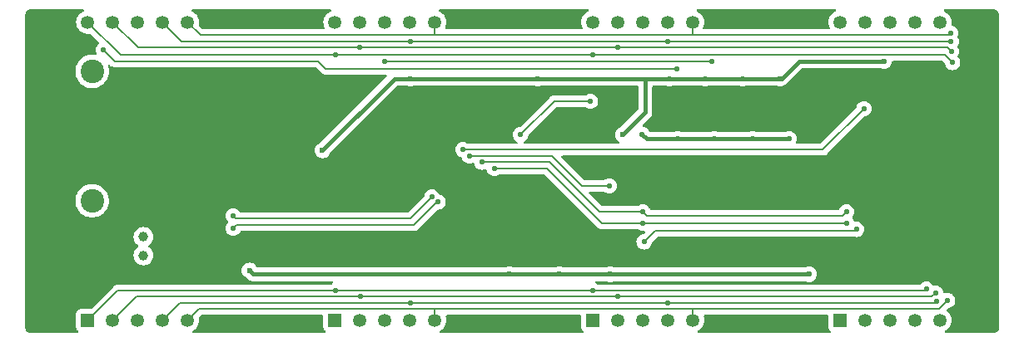
<source format=gtl>
G04 #@! TF.GenerationSoftware,KiCad,Pcbnew,8.0.4*
G04 #@! TF.CreationDate,2024-08-10T20:36:19+03:00*
G04 #@! TF.ProjectId,7clock,37636c6f-636b-42e6-9b69-6361645f7063,rev?*
G04 #@! TF.SameCoordinates,Original*
G04 #@! TF.FileFunction,Copper,L1,Top*
G04 #@! TF.FilePolarity,Positive*
%FSLAX46Y46*%
G04 Gerber Fmt 4.6, Leading zero omitted, Abs format (unit mm)*
G04 Created by KiCad (PCBNEW 8.0.4) date 2024-08-10 20:36:19*
%MOMM*%
%LPD*%
G01*
G04 APERTURE LIST*
G04 #@! TA.AperFunction,ComponentPad*
%ADD10R,1.350000X1.350000*%
G04 #@! TD*
G04 #@! TA.AperFunction,ComponentPad*
%ADD11C,1.350000*%
G04 #@! TD*
G04 #@! TA.AperFunction,ComponentPad*
%ADD12C,2.400000*%
G04 #@! TD*
G04 #@! TA.AperFunction,ComponentPad*
%ADD13C,1.000000*%
G04 #@! TD*
G04 #@! TA.AperFunction,ViaPad*
%ADD14C,0.560000*%
G04 #@! TD*
G04 #@! TA.AperFunction,ViaPad*
%ADD15C,0.600000*%
G04 #@! TD*
G04 #@! TA.AperFunction,Conductor*
%ADD16C,0.400000*%
G04 #@! TD*
G04 #@! TA.AperFunction,Conductor*
%ADD17C,0.200000*%
G04 #@! TD*
G04 APERTURE END LIST*
D10*
G04 #@! TO.P,DS4,1,E*
G04 #@! TO.N,/symb_E*
X113340000Y-93218000D03*
D11*
G04 #@! TO.P,DS4,2,D*
G04 #@! TO.N,/symb_D*
X115880000Y-93218000D03*
G04 #@! TO.P,DS4,3,COMMON_ANODE_1*
G04 #@! TO.N,Net-(DS4-COMMON_ANODE_1)*
X118420000Y-93218000D03*
G04 #@! TO.P,DS4,4,C*
G04 #@! TO.N,/symb_C*
X120960000Y-93218000D03*
G04 #@! TO.P,DS4,5,DP*
G04 #@! TO.N,/symb_DP*
X123500000Y-93218000D03*
G04 #@! TO.P,DS4,6,B*
G04 #@! TO.N,/symb_B*
X123500000Y-62818000D03*
G04 #@! TO.P,DS4,7,A*
G04 #@! TO.N,/symb_A*
X120960000Y-62818000D03*
G04 #@! TO.P,DS4,8,COMMON_ANODE_2*
G04 #@! TO.N,Net-(DS4-COMMON_ANODE_1)*
X118420000Y-62818000D03*
G04 #@! TO.P,DS4,9,F*
G04 #@! TO.N,/symb_F*
X115880000Y-62818000D03*
G04 #@! TO.P,DS4,10,G*
G04 #@! TO.N,/symb_G*
X113340000Y-62818000D03*
G04 #@! TD*
D10*
G04 #@! TO.P,DS3,1,E*
G04 #@! TO.N,/symb_E*
X138486000Y-93218000D03*
D11*
G04 #@! TO.P,DS3,2,D*
G04 #@! TO.N,/symb_D*
X141026000Y-93218000D03*
G04 #@! TO.P,DS3,3,COMMON_ANODE_1*
G04 #@! TO.N,Net-(DS3-COMMON_ANODE_1)*
X143566000Y-93218000D03*
G04 #@! TO.P,DS3,4,C*
G04 #@! TO.N,/symb_C*
X146106000Y-93218000D03*
G04 #@! TO.P,DS3,5,DP*
G04 #@! TO.N,/symb_DP*
X148646000Y-93218000D03*
G04 #@! TO.P,DS3,6,B*
G04 #@! TO.N,/symb_B*
X148646000Y-62818000D03*
G04 #@! TO.P,DS3,7,A*
G04 #@! TO.N,/symb_A*
X146106000Y-62818000D03*
G04 #@! TO.P,DS3,8,COMMON_ANODE_2*
G04 #@! TO.N,Net-(DS3-COMMON_ANODE_1)*
X143566000Y-62818000D03*
G04 #@! TO.P,DS3,9,F*
G04 #@! TO.N,/symb_F*
X141026000Y-62818000D03*
G04 #@! TO.P,DS3,10,G*
G04 #@! TO.N,/symb_G*
X138486000Y-62818000D03*
G04 #@! TD*
D10*
G04 #@! TO.P,DS1,1,E*
G04 #@! TO.N,/symb_E*
X189840000Y-93218000D03*
D11*
G04 #@! TO.P,DS1,2,D*
G04 #@! TO.N,/symb_D*
X192380000Y-93218000D03*
G04 #@! TO.P,DS1,3,COMMON_ANODE_1*
G04 #@! TO.N,Net-(DS1-COMMON_ANODE_1)*
X194920000Y-93218000D03*
G04 #@! TO.P,DS1,4,C*
G04 #@! TO.N,/symb_C*
X197460000Y-93218000D03*
G04 #@! TO.P,DS1,5,DP*
G04 #@! TO.N,/symb_DP*
X200000000Y-93218000D03*
G04 #@! TO.P,DS1,6,B*
G04 #@! TO.N,/symb_B*
X200000000Y-62818000D03*
G04 #@! TO.P,DS1,7,A*
G04 #@! TO.N,/symb_A*
X197460000Y-62818000D03*
G04 #@! TO.P,DS1,8,COMMON_ANODE_2*
G04 #@! TO.N,Net-(DS1-COMMON_ANODE_1)*
X194920000Y-62818000D03*
G04 #@! TO.P,DS1,9,F*
G04 #@! TO.N,/symb_F*
X192380000Y-62818000D03*
G04 #@! TO.P,DS1,10,G*
G04 #@! TO.N,/symb_G*
X189840000Y-62818000D03*
G04 #@! TD*
D10*
G04 #@! TO.P,DS2,1,E*
G04 #@! TO.N,/symb_E*
X164694000Y-93218000D03*
D11*
G04 #@! TO.P,DS2,2,D*
G04 #@! TO.N,/symb_D*
X167234000Y-93218000D03*
G04 #@! TO.P,DS2,3,COMMON_ANODE_1*
G04 #@! TO.N,Net-(DS2-COMMON_ANODE_1)*
X169774000Y-93218000D03*
G04 #@! TO.P,DS2,4,C*
G04 #@! TO.N,/symb_C*
X172314000Y-93218000D03*
G04 #@! TO.P,DS2,5,DP*
G04 #@! TO.N,/symb_DP*
X174854000Y-93218000D03*
G04 #@! TO.P,DS2,6,B*
G04 #@! TO.N,/symb_B*
X174854000Y-62818000D03*
G04 #@! TO.P,DS2,7,A*
G04 #@! TO.N,/symb_A*
X172314000Y-62818000D03*
G04 #@! TO.P,DS2,8,COMMON_ANODE_2*
G04 #@! TO.N,Net-(DS2-COMMON_ANODE_1)*
X169774000Y-62818000D03*
G04 #@! TO.P,DS2,9,F*
G04 #@! TO.N,/symb_F*
X167234000Y-62818000D03*
G04 #@! TO.P,DS2,10,G*
G04 #@! TO.N,/symb_G*
X164694000Y-62818000D03*
G04 #@! TD*
D12*
G04 #@! TO.P,BT1,1,+*
G04 #@! TO.N,Net-(BT1-+)*
X113792000Y-67822000D03*
X113792000Y-81022000D03*
G04 #@! TD*
D13*
G04 #@! TO.P,Y1,1,1*
G04 #@! TO.N,Net-(U2-OSCI)*
X118999000Y-86609000D03*
G04 #@! TO.P,Y1,2,2*
G04 #@! TO.N,Net-(U2-OSCO)*
X118999000Y-84709000D03*
G04 #@! TD*
D14*
G04 #@! TO.N,GND*
X142494000Y-84836000D03*
X110109000Y-62611000D03*
X203073000Y-93345000D03*
X168529000Y-69977000D03*
X204216000Y-62357000D03*
X159766000Y-79756000D03*
X171196000Y-80137000D03*
X196469000Y-88646000D03*
X123698000Y-88011000D03*
X133604000Y-62865000D03*
X132080000Y-80010000D03*
X175133000Y-85979000D03*
X128651000Y-81280000D03*
X136144000Y-93218000D03*
X159639000Y-74295000D03*
X205232000Y-91186000D03*
X127127000Y-93218000D03*
X158750000Y-93218000D03*
X163322000Y-77089000D03*
X107950000Y-63627000D03*
X153035000Y-63119000D03*
X123444000Y-79375000D03*
X150749000Y-62484000D03*
X132842000Y-70866000D03*
X116586000Y-74422000D03*
X205232000Y-93345000D03*
X154178000Y-62484000D03*
X162179000Y-74803000D03*
X153416000Y-93218000D03*
X191262000Y-75184000D03*
X134493000Y-93218000D03*
X192278000Y-73660000D03*
X127127000Y-68199000D03*
X187579000Y-81026000D03*
X150114000Y-69723000D03*
X186944000Y-74168000D03*
X145923000Y-85344000D03*
X178943000Y-77343000D03*
X128778000Y-93218000D03*
X110744000Y-86233000D03*
X122301000Y-68199000D03*
X124714000Y-68199000D03*
X142240000Y-75565000D03*
X139319000Y-79436000D03*
X145161000Y-71882000D03*
X132969000Y-93218000D03*
X129413000Y-76327000D03*
X205232000Y-62357000D03*
X192024000Y-78994000D03*
X183769000Y-81153000D03*
X108966000Y-93345000D03*
X108966000Y-62611000D03*
X110744000Y-84836000D03*
X191770000Y-88646000D03*
X176403000Y-81153000D03*
X122555000Y-75946000D03*
X189230000Y-68834000D03*
X162941000Y-82804000D03*
X186182000Y-63119000D03*
X205232000Y-64516000D03*
X127889000Y-76073000D03*
X109220000Y-84836000D03*
X205232000Y-63373000D03*
X178689000Y-93218000D03*
X142494000Y-86995000D03*
X162687000Y-93218000D03*
X194183000Y-88646000D03*
X140589000Y-68961000D03*
X183769000Y-77470000D03*
X135763000Y-62865000D03*
X132207000Y-81341000D03*
X184277000Y-93218000D03*
X162687000Y-62611000D03*
X161417000Y-81280000D03*
X123825000Y-83185000D03*
X123825000Y-85852000D03*
X180467000Y-81153000D03*
X189103000Y-88646000D03*
X158242000Y-81534000D03*
X113792000Y-77089000D03*
X169799000Y-80772000D03*
X197739000Y-72136000D03*
X159385000Y-70231000D03*
X171323000Y-85725000D03*
X204216000Y-93345000D03*
X123825000Y-84455000D03*
X205232000Y-92329000D03*
X187706000Y-63119000D03*
X153543000Y-72136000D03*
X123444000Y-75946000D03*
X159639000Y-81407000D03*
X203073000Y-62357000D03*
X177165000Y-93218000D03*
X129159000Y-62865000D03*
X125095000Y-79375000D03*
X160401000Y-62611000D03*
X152908000Y-81534000D03*
X107950000Y-93345000D03*
X109220000Y-86233000D03*
X186944000Y-68834000D03*
X107950000Y-62611000D03*
X190373000Y-80899000D03*
X131064000Y-76581000D03*
X107950000Y-92329000D03*
X129413000Y-68199000D03*
X154932091Y-80891091D03*
X160782000Y-93218000D03*
X110109000Y-93345000D03*
X107950000Y-64770000D03*
X119126000Y-68199000D03*
X107950000Y-91186000D03*
X145161000Y-74295000D03*
X140462000Y-78232000D03*
X163068000Y-69723000D03*
X166624000Y-80772000D03*
X150622000Y-93218000D03*
X126238000Y-71120000D03*
X180594000Y-93218000D03*
X142240000Y-73533000D03*
X186944000Y-71501000D03*
X150241000Y-81915000D03*
X113792000Y-71628000D03*
X151892000Y-93218000D03*
X126111000Y-62865000D03*
X192786000Y-85979000D03*
X122936000Y-82550000D03*
X125476000Y-93218000D03*
X155067000Y-70739000D03*
X124460000Y-75946000D03*
D15*
G04 #@! TO.N,+3.3V*
X183769000Y-68580000D03*
D14*
X176149000Y-68580000D03*
D15*
X166497000Y-88519000D03*
X137223500Y-75882500D03*
X129794000Y-88138000D03*
X167767000Y-74295000D03*
X186690000Y-88519000D03*
X194310000Y-66802000D03*
D14*
X172466000Y-68580000D03*
D15*
X161290000Y-88519000D03*
X146177000Y-68580000D03*
X156210000Y-88519000D03*
D14*
X179959000Y-68580000D03*
D15*
X159131000Y-68580000D03*
D14*
G04 #@! TO.N,/symb_C*
X172339000Y-91440000D03*
X199707500Y-91249500D03*
X146177000Y-91440000D03*
G04 #@! TO.N,/symb_A*
X172339000Y-64770000D03*
X146177000Y-64770000D03*
X201149878Y-64788122D03*
G04 #@! TO.N,/symb_B*
X201115500Y-63933500D03*
G04 #@! TO.N,/symb_D*
X199548750Y-90455750D03*
X141097000Y-90805000D03*
X167259000Y-90805000D03*
G04 #@! TO.N,/symb_E*
X198623000Y-90048000D03*
X138557000Y-90170000D03*
X164719000Y-90170000D03*
G04 #@! TO.N,/symb_G*
X201295000Y-66929000D03*
X164719000Y-66167000D03*
X138557000Y-66167000D03*
G04 #@! TO.N,/symb_DP*
X200787000Y-91186000D03*
G04 #@! TO.N,/symb_F*
X167259000Y-65405000D03*
X140970000Y-65405000D03*
X201168000Y-65786000D03*
G04 #@! TO.N,Net-(DS3-COMMON_ANODE_1)*
X143566000Y-66802000D03*
X176784000Y-66802000D03*
G04 #@! TO.N,Net-(DS4-COMMON_ANODE_1)*
X173228000Y-67564000D03*
X114935000Y-65659000D03*
G04 #@! TO.N,/INDICATOR_PWR*
X169735500Y-74231500D03*
X173355000Y-74676000D03*
X184658000Y-74676000D03*
X180975000Y-74676000D03*
X177038000Y-74676000D03*
G04 #@! TO.N,BRIGHTNESS*
X164465000Y-70866000D03*
X157353000Y-74295000D03*
G04 #@! TO.N,BUTTON*
X192278000Y-71628000D03*
X151511000Y-75819000D03*
G04 #@! TO.N,/SIG_SHCP*
X169799000Y-83312000D03*
X154686000Y-77724000D03*
X190500000Y-83312000D03*
G04 #@! TO.N,/SIG_SDA*
X128143000Y-82550000D03*
X148336000Y-80645000D03*
G04 #@! TO.N,/SIG_DS*
X152146000Y-76454000D03*
X166370000Y-79502000D03*
G04 #@! TO.N,/SIG_STCP*
X169799000Y-82169000D03*
X153416000Y-77089000D03*
X190500000Y-82169000D03*
G04 #@! TO.N,/SIG_SCL*
X128143000Y-83820000D03*
X148971000Y-81153000D03*
G04 #@! TO.N,/SIG_DATA_OUT*
X169926000Y-85217000D03*
X191516000Y-83947000D03*
G04 #@! TD*
D16*
G04 #@! TO.N,+3.3V*
X172466000Y-68580000D02*
X176149000Y-68580000D01*
X159131000Y-68580000D02*
X170053000Y-68580000D01*
X186690000Y-88519000D02*
X166497000Y-88519000D01*
X156210000Y-88519000D02*
X130175000Y-88519000D01*
X183769000Y-68580000D02*
X183896000Y-68580000D01*
X171196000Y-68580000D02*
X172466000Y-68580000D01*
X161290000Y-88519000D02*
X156210000Y-88519000D01*
X176149000Y-68580000D02*
X179959000Y-68580000D01*
X185674000Y-66802000D02*
X194310000Y-66802000D01*
X146177000Y-68580000D02*
X159131000Y-68580000D01*
X170053000Y-68580000D02*
X176149000Y-68580000D01*
X144526000Y-68580000D02*
X137223500Y-75882500D01*
X167767000Y-74295000D02*
X170053000Y-72009000D01*
X183896000Y-68580000D02*
X185674000Y-66802000D01*
X146177000Y-68580000D02*
X144526000Y-68580000D01*
X166497000Y-88519000D02*
X161290000Y-88519000D01*
X170053000Y-72009000D02*
X170053000Y-68580000D01*
X179959000Y-68580000D02*
X183769000Y-68580000D01*
X130175000Y-88519000D02*
X129794000Y-88138000D01*
D17*
G04 #@! TO.N,/symb_C*
X146177000Y-91440000D02*
X172339000Y-91440000D01*
X199707500Y-91249500D02*
X199517000Y-91440000D01*
X122738000Y-91440000D02*
X120960000Y-93218000D01*
X146177000Y-91440000D02*
X122738000Y-91440000D01*
X199517000Y-91440000D02*
X172339000Y-91440000D01*
G04 #@! TO.N,/symb_A*
X120960000Y-62818000D02*
X122912000Y-64770000D01*
X122912000Y-64770000D02*
X146177000Y-64770000D01*
X201131756Y-64770000D02*
X172339000Y-64770000D01*
X146177000Y-64770000D02*
X172339000Y-64770000D01*
X201149878Y-64788122D02*
X201131756Y-64770000D01*
G04 #@! TO.N,/symb_B*
X124817000Y-64135000D02*
X148717000Y-64135000D01*
X148646000Y-64064000D02*
X148717000Y-64135000D01*
X174854000Y-62818000D02*
X174854000Y-64110000D01*
X174854000Y-64110000D02*
X174879000Y-64135000D01*
X200914000Y-64135000D02*
X201115500Y-63933500D01*
X148717000Y-64135000D02*
X174879000Y-64135000D01*
X174879000Y-64135000D02*
X200914000Y-64135000D01*
X123500000Y-62818000D02*
X124817000Y-64135000D01*
X148646000Y-62818000D02*
X148646000Y-64064000D01*
G04 #@! TO.N,/symb_D*
X118293000Y-90805000D02*
X141097000Y-90805000D01*
X199199500Y-90805000D02*
X167259000Y-90805000D01*
X115880000Y-93218000D02*
X118293000Y-90805000D01*
X199548750Y-90455750D02*
X199199500Y-90805000D01*
X141097000Y-90805000D02*
X167259000Y-90805000D01*
G04 #@! TO.N,/symb_E*
X116388000Y-90170000D02*
X138557000Y-90170000D01*
X198623000Y-90048000D02*
X198501000Y-90170000D01*
X138557000Y-90170000D02*
X164719000Y-90170000D01*
X198501000Y-90170000D02*
X164719000Y-90170000D01*
X113340000Y-93218000D02*
X116388000Y-90170000D01*
G04 #@! TO.N,/symb_G*
X138557000Y-66167000D02*
X164719000Y-66167000D01*
X116689000Y-66167000D02*
X138557000Y-66167000D01*
X201295000Y-66929000D02*
X200533000Y-66167000D01*
X113340000Y-62818000D02*
X116689000Y-66167000D01*
X200533000Y-66167000D02*
X164719000Y-66167000D01*
G04 #@! TO.N,/symb_DP*
X199898000Y-92075000D02*
X174879000Y-92075000D01*
X148717000Y-92075000D02*
X124643000Y-92075000D01*
X200787000Y-91186000D02*
X199898000Y-92075000D01*
X174854000Y-92100000D02*
X174879000Y-92075000D01*
X124643000Y-92075000D02*
X123500000Y-93218000D01*
X148646000Y-93218000D02*
X148646000Y-92146000D01*
X148646000Y-92146000D02*
X148717000Y-92075000D01*
X174879000Y-92075000D02*
X148717000Y-92075000D01*
X174854000Y-93218000D02*
X174854000Y-92100000D01*
G04 #@! TO.N,/symb_F*
X201168000Y-65786000D02*
X200787000Y-65405000D01*
X115880000Y-62818000D02*
X118467000Y-65405000D01*
X118467000Y-65405000D02*
X140970000Y-65405000D01*
X200787000Y-65405000D02*
X167259000Y-65405000D01*
X140970000Y-65405000D02*
X167259000Y-65405000D01*
G04 #@! TO.N,Net-(DS3-COMMON_ANODE_1)*
X176784000Y-66802000D02*
X143566000Y-66802000D01*
G04 #@! TO.N,Net-(DS4-COMMON_ANODE_1)*
X136779000Y-66802000D02*
X116078000Y-66802000D01*
X137541000Y-67564000D02*
X136779000Y-66802000D01*
X116078000Y-66802000D02*
X114935000Y-65659000D01*
X173228000Y-67564000D02*
X137541000Y-67564000D01*
D16*
G04 #@! TO.N,/INDICATOR_PWR*
X173355000Y-74676000D02*
X177038000Y-74676000D01*
X177038000Y-74676000D02*
X180975000Y-74676000D01*
X170180000Y-74676000D02*
X173355000Y-74676000D01*
X169735500Y-74231500D02*
X170180000Y-74676000D01*
X180975000Y-74676000D02*
X184658000Y-74676000D01*
D17*
G04 #@! TO.N,BRIGHTNESS*
X160782000Y-70866000D02*
X164465000Y-70866000D01*
X157353000Y-74295000D02*
X160782000Y-70866000D01*
G04 #@! TO.N,BUTTON*
X188087000Y-75819000D02*
X192278000Y-71628000D01*
X151511000Y-75819000D02*
X188087000Y-75819000D01*
G04 #@! TO.N,/SIG_SHCP*
X169799000Y-83312000D02*
X190500000Y-83312000D01*
X160020000Y-77724000D02*
X165608000Y-83312000D01*
X154686000Y-77724000D02*
X160020000Y-77724000D01*
X165608000Y-83312000D02*
X169799000Y-83312000D01*
G04 #@! TO.N,/SIG_SDA*
X128143000Y-82550000D02*
X128397000Y-82804000D01*
X146177000Y-82804000D02*
X148336000Y-80645000D01*
X128397000Y-82804000D02*
X146177000Y-82804000D01*
G04 #@! TO.N,/SIG_DS*
X152146000Y-76454000D02*
X160528000Y-76454000D01*
X160528000Y-76454000D02*
X163576000Y-79502000D01*
X163576000Y-79502000D02*
X166370000Y-79502000D01*
G04 #@! TO.N,/SIG_STCP*
X170180000Y-82550000D02*
X190119000Y-82550000D01*
X165354000Y-82169000D02*
X169799000Y-82169000D01*
X169799000Y-82169000D02*
X170180000Y-82550000D01*
X153416000Y-77089000D02*
X160274000Y-77089000D01*
X160274000Y-77089000D02*
X165354000Y-82169000D01*
X190119000Y-82550000D02*
X190500000Y-82169000D01*
G04 #@! TO.N,/SIG_SCL*
X128458997Y-83504003D02*
X146492997Y-83504003D01*
X128143000Y-83820000D02*
X128458997Y-83504003D01*
X146492997Y-83504003D02*
X148844000Y-81153000D01*
X148844000Y-81153000D02*
X148971000Y-81153000D01*
G04 #@! TO.N,/SIG_DATA_OUT*
X191389000Y-84074000D02*
X191516000Y-83947000D01*
X169926000Y-85217000D02*
X171069000Y-84074000D01*
X171069000Y-84074000D02*
X191389000Y-84074000D01*
G04 #@! TD*
G04 #@! TA.AperFunction,Conductor*
G04 #@! TO.N,GND*
G36*
X112890503Y-61520185D02*
G01*
X112936258Y-61572989D01*
X112946202Y-61642147D01*
X112917177Y-61705703D01*
X112868258Y-61740126D01*
X112860008Y-61743322D01*
X112813792Y-61761226D01*
X112813786Y-61761229D01*
X112628576Y-61875906D01*
X112628566Y-61875913D01*
X112467574Y-62022676D01*
X112336288Y-62196527D01*
X112239184Y-62391537D01*
X112239183Y-62391541D01*
X112189267Y-62566980D01*
X112179564Y-62601081D01*
X112159464Y-62817999D01*
X112159464Y-62818000D01*
X112179564Y-63034918D01*
X112179564Y-63034920D01*
X112179565Y-63034923D01*
X112215108Y-63159844D01*
X112239184Y-63244462D01*
X112294339Y-63355228D01*
X112336288Y-63439472D01*
X112467573Y-63613322D01*
X112628568Y-63760088D01*
X112628575Y-63760092D01*
X112628576Y-63760093D01*
X112813786Y-63874770D01*
X112813792Y-63874773D01*
X112836664Y-63883633D01*
X113016931Y-63953470D01*
X113231074Y-63993500D01*
X113231076Y-63993500D01*
X113448923Y-63993500D01*
X113448926Y-63993500D01*
X113567790Y-63971280D01*
X113637301Y-63978311D01*
X113678253Y-64005488D01*
X114502623Y-64829858D01*
X114536108Y-64891181D01*
X114531124Y-64960873D01*
X114489252Y-65016806D01*
X114480915Y-65022532D01*
X114445288Y-65044917D01*
X114320919Y-65169286D01*
X114227344Y-65318209D01*
X114169252Y-65484228D01*
X114149561Y-65658997D01*
X114149561Y-65659002D01*
X114169252Y-65833771D01*
X114221480Y-65983030D01*
X114225041Y-66052809D01*
X114190312Y-66113436D01*
X114128319Y-66145663D01*
X114085956Y-66146599D01*
X113919440Y-66121500D01*
X113919435Y-66121500D01*
X113664565Y-66121500D01*
X113664559Y-66121500D01*
X113507609Y-66145157D01*
X113412542Y-66159487D01*
X113412539Y-66159488D01*
X113412533Y-66159489D01*
X113168992Y-66234612D01*
X112939373Y-66345190D01*
X112939372Y-66345191D01*
X112728782Y-66488768D01*
X112541952Y-66662121D01*
X112541950Y-66662123D01*
X112383041Y-66861388D01*
X112255608Y-67082109D01*
X112162493Y-67319361D01*
X112162492Y-67319363D01*
X112105777Y-67567845D01*
X112086732Y-67821995D01*
X112086732Y-67822004D01*
X112105777Y-68076154D01*
X112158271Y-68306147D01*
X112162492Y-68324637D01*
X112255607Y-68561888D01*
X112383041Y-68782612D01*
X112541950Y-68981877D01*
X112728783Y-69155232D01*
X112939366Y-69298805D01*
X112939371Y-69298807D01*
X112939372Y-69298808D01*
X112939373Y-69298809D01*
X112976772Y-69316819D01*
X113168992Y-69409387D01*
X113168993Y-69409387D01*
X113168996Y-69409389D01*
X113412542Y-69484513D01*
X113664565Y-69522500D01*
X113919435Y-69522500D01*
X114171458Y-69484513D01*
X114415004Y-69409389D01*
X114630136Y-69305787D01*
X114644626Y-69298809D01*
X114644626Y-69298808D01*
X114644634Y-69298805D01*
X114855217Y-69155232D01*
X115042050Y-68981877D01*
X115200959Y-68782612D01*
X115328393Y-68561888D01*
X115421508Y-68324637D01*
X115478222Y-68076157D01*
X115492959Y-67879500D01*
X115497268Y-67822004D01*
X115497268Y-67821995D01*
X115478222Y-67567844D01*
X115477345Y-67564003D01*
X115447175Y-67431816D01*
X115421280Y-67318362D01*
X115425553Y-67248623D01*
X115466852Y-67192265D01*
X115532064Y-67167182D01*
X115600485Y-67181336D01*
X115629852Y-67203088D01*
X115709284Y-67282520D01*
X115771365Y-67318362D01*
X115773096Y-67319361D01*
X115773098Y-67319363D01*
X115823037Y-67348195D01*
X115846215Y-67361577D01*
X115998943Y-67402500D01*
X116157057Y-67402500D01*
X136478903Y-67402500D01*
X136545942Y-67422185D01*
X136566583Y-67438818D01*
X137172284Y-68044520D01*
X137172286Y-68044521D01*
X137172290Y-68044524D01*
X137227076Y-68076154D01*
X137309216Y-68123577D01*
X137461943Y-68164501D01*
X137461945Y-68164501D01*
X137627654Y-68164501D01*
X137627670Y-68164500D01*
X143651481Y-68164500D01*
X143718520Y-68184185D01*
X143764275Y-68236989D01*
X143774219Y-68306147D01*
X143745194Y-68369703D01*
X143739162Y-68376181D01*
X137024209Y-75091132D01*
X136977484Y-75120492D01*
X136873976Y-75156711D01*
X136873975Y-75156712D01*
X136721237Y-75252684D01*
X136593684Y-75380237D01*
X136497711Y-75532976D01*
X136438131Y-75703245D01*
X136438130Y-75703250D01*
X136417935Y-75882496D01*
X136417935Y-75882503D01*
X136438130Y-76061749D01*
X136438131Y-76061754D01*
X136497711Y-76232023D01*
X136589797Y-76378576D01*
X136593684Y-76384762D01*
X136721238Y-76512316D01*
X136744060Y-76526656D01*
X136836509Y-76584746D01*
X136873978Y-76608289D01*
X137044245Y-76667868D01*
X137044250Y-76667869D01*
X137223496Y-76688065D01*
X137223500Y-76688065D01*
X137223504Y-76688065D01*
X137402749Y-76667869D01*
X137402752Y-76667868D01*
X137402755Y-76667868D01*
X137573022Y-76608289D01*
X137725762Y-76512316D01*
X137853316Y-76384762D01*
X137949289Y-76232022D01*
X137985507Y-76128513D01*
X138014865Y-76081790D01*
X144779838Y-69316819D01*
X144841161Y-69283334D01*
X144867519Y-69280500D01*
X145751506Y-69280500D01*
X145817477Y-69299506D01*
X145827474Y-69305787D01*
X145827475Y-69305787D01*
X145827478Y-69305789D01*
X145962368Y-69352989D01*
X145997745Y-69365368D01*
X145997750Y-69365369D01*
X146176996Y-69385565D01*
X146177000Y-69385565D01*
X146177004Y-69385565D01*
X146356249Y-69365369D01*
X146356252Y-69365368D01*
X146356255Y-69365368D01*
X146526522Y-69305789D01*
X146527488Y-69305181D01*
X146536523Y-69299506D01*
X146602494Y-69280500D01*
X158705506Y-69280500D01*
X158771477Y-69299506D01*
X158781474Y-69305787D01*
X158781475Y-69305787D01*
X158781478Y-69305789D01*
X158916368Y-69352989D01*
X158951745Y-69365368D01*
X158951750Y-69365369D01*
X159130996Y-69385565D01*
X159131000Y-69385565D01*
X159131004Y-69385565D01*
X159310249Y-69365369D01*
X159310252Y-69365368D01*
X159310255Y-69365368D01*
X159480522Y-69305789D01*
X159481488Y-69305181D01*
X159490523Y-69299506D01*
X159556494Y-69280500D01*
X169228500Y-69280500D01*
X169295539Y-69300185D01*
X169341294Y-69352989D01*
X169352500Y-69404500D01*
X169352500Y-71667480D01*
X169332815Y-71734519D01*
X169316181Y-71755161D01*
X167567709Y-73503632D01*
X167520984Y-73532992D01*
X167417476Y-73569211D01*
X167417475Y-73569212D01*
X167264737Y-73665184D01*
X167137184Y-73792737D01*
X167041211Y-73945476D01*
X166981631Y-74115745D01*
X166981630Y-74115750D01*
X166961435Y-74294996D01*
X166961435Y-74295003D01*
X166981630Y-74474249D01*
X166981631Y-74474254D01*
X167041211Y-74644523D01*
X167060991Y-74676002D01*
X167137184Y-74797262D01*
X167264738Y-74924816D01*
X167287560Y-74939156D01*
X167367691Y-74989506D01*
X167413982Y-75041841D01*
X167424630Y-75110895D01*
X167396255Y-75174743D01*
X167337865Y-75213115D01*
X167301719Y-75218500D01*
X157780689Y-75218500D01*
X157713650Y-75198815D01*
X157667895Y-75146011D01*
X157657951Y-75076853D01*
X157686976Y-75013297D01*
X157714717Y-74989506D01*
X157760224Y-74960912D01*
X157842713Y-74909081D01*
X157967081Y-74784713D01*
X158060656Y-74635789D01*
X158118746Y-74469777D01*
X158125480Y-74410013D01*
X158152546Y-74345598D01*
X158161009Y-74336224D01*
X160994416Y-71502819D01*
X161055739Y-71469334D01*
X161082097Y-71466500D01*
X163917949Y-71466500D01*
X163983921Y-71485506D01*
X164096275Y-71556103D01*
X164124211Y-71573656D01*
X164290223Y-71631746D01*
X164290226Y-71631746D01*
X164290228Y-71631747D01*
X164464997Y-71651439D01*
X164465000Y-71651439D01*
X164465003Y-71651439D01*
X164639771Y-71631747D01*
X164639772Y-71631746D01*
X164639777Y-71631746D01*
X164805789Y-71573656D01*
X164954713Y-71480081D01*
X165079081Y-71355713D01*
X165172656Y-71206789D01*
X165230746Y-71040777D01*
X165233773Y-71013919D01*
X165250439Y-70866002D01*
X165250439Y-70865997D01*
X165230747Y-70691228D01*
X165230746Y-70691226D01*
X165230746Y-70691223D01*
X165172656Y-70525211D01*
X165079081Y-70376287D01*
X164954713Y-70251919D01*
X164946079Y-70246494D01*
X164805790Y-70158344D01*
X164639771Y-70100252D01*
X164465003Y-70080561D01*
X164464997Y-70080561D01*
X164290228Y-70100252D01*
X164124209Y-70158344D01*
X163983921Y-70246494D01*
X163917949Y-70265500D01*
X160861057Y-70265500D01*
X160702942Y-70265500D01*
X160550215Y-70306423D01*
X160550214Y-70306423D01*
X160550212Y-70306424D01*
X160550209Y-70306425D01*
X160515066Y-70326716D01*
X160515064Y-70326717D01*
X160413290Y-70385475D01*
X160413282Y-70385481D01*
X160301478Y-70497286D01*
X157311783Y-73486980D01*
X157250460Y-73520465D01*
X157237988Y-73522519D01*
X157178226Y-73529253D01*
X157178223Y-73529254D01*
X157012209Y-73587344D01*
X156863286Y-73680919D01*
X156738919Y-73805286D01*
X156645344Y-73954209D01*
X156587252Y-74120228D01*
X156567561Y-74294997D01*
X156567561Y-74295002D01*
X156587252Y-74469771D01*
X156645344Y-74635790D01*
X156670608Y-74675997D01*
X156738919Y-74784713D01*
X156863287Y-74909081D01*
X156945776Y-74960912D01*
X156991283Y-74989506D01*
X157037574Y-75041841D01*
X157048222Y-75110894D01*
X157019847Y-75174743D01*
X156961458Y-75213115D01*
X156925311Y-75218500D01*
X152058051Y-75218500D01*
X151992079Y-75199494D01*
X151990998Y-75198815D01*
X151923992Y-75156712D01*
X151851790Y-75111344D01*
X151685771Y-75053252D01*
X151511003Y-75033561D01*
X151510997Y-75033561D01*
X151336228Y-75053252D01*
X151170209Y-75111344D01*
X151021286Y-75204919D01*
X150896919Y-75329286D01*
X150803344Y-75478209D01*
X150745252Y-75644228D01*
X150725561Y-75818997D01*
X150725561Y-75819002D01*
X150745252Y-75993771D01*
X150803344Y-76159790D01*
X150891142Y-76299519D01*
X150896919Y-76308713D01*
X151021287Y-76433081D01*
X151170211Y-76526656D01*
X151312477Y-76576437D01*
X151369252Y-76617158D01*
X151388562Y-76652521D01*
X151393933Y-76667868D01*
X151438344Y-76794790D01*
X151531919Y-76943713D01*
X151656287Y-77068081D01*
X151805211Y-77161656D01*
X151971223Y-77219746D01*
X151971226Y-77219746D01*
X151971228Y-77219747D01*
X152145997Y-77239439D01*
X152146000Y-77239439D01*
X152146003Y-77239439D01*
X152320769Y-77219747D01*
X152320769Y-77219746D01*
X152320777Y-77219746D01*
X152486220Y-77161854D01*
X152555996Y-77158294D01*
X152616624Y-77193023D01*
X152648851Y-77255016D01*
X152650095Y-77263083D01*
X152650251Y-77263768D01*
X152708344Y-77429790D01*
X152801919Y-77578713D01*
X152926287Y-77703081D01*
X153075211Y-77796656D01*
X153241223Y-77854746D01*
X153241226Y-77854746D01*
X153241228Y-77854747D01*
X153415997Y-77874439D01*
X153416000Y-77874439D01*
X153416003Y-77874439D01*
X153590769Y-77854747D01*
X153590769Y-77854746D01*
X153590777Y-77854746D01*
X153756220Y-77796854D01*
X153825996Y-77793294D01*
X153886624Y-77828023D01*
X153918851Y-77890016D01*
X153920095Y-77898083D01*
X153920251Y-77898768D01*
X153978344Y-78064790D01*
X154071919Y-78213713D01*
X154196287Y-78338081D01*
X154345211Y-78431656D01*
X154511223Y-78489746D01*
X154511226Y-78489746D01*
X154511228Y-78489747D01*
X154685997Y-78509439D01*
X154686000Y-78509439D01*
X154686003Y-78509439D01*
X154860771Y-78489747D01*
X154860772Y-78489746D01*
X154860777Y-78489746D01*
X155026789Y-78431656D01*
X155167079Y-78343505D01*
X155233051Y-78324500D01*
X159719903Y-78324500D01*
X159786942Y-78344185D01*
X159807584Y-78360819D01*
X165123139Y-83676374D01*
X165123149Y-83676385D01*
X165127479Y-83680715D01*
X165127480Y-83680716D01*
X165239284Y-83792520D01*
X165239286Y-83792521D01*
X165239290Y-83792524D01*
X165360501Y-83862504D01*
X165376216Y-83871577D01*
X165478773Y-83899057D01*
X165528942Y-83912500D01*
X165528943Y-83912500D01*
X169251949Y-83912500D01*
X169317920Y-83931505D01*
X169342583Y-83947002D01*
X169418606Y-83994771D01*
X169458211Y-84019656D01*
X169624223Y-84077746D01*
X169624226Y-84077746D01*
X169624228Y-84077747D01*
X169798997Y-84097439D01*
X169799000Y-84097439D01*
X169799001Y-84097439D01*
X169815239Y-84095609D01*
X169894634Y-84086663D01*
X169963455Y-84098717D01*
X170014835Y-84146066D01*
X170032460Y-84213676D01*
X170010734Y-84280082D01*
X169996199Y-84297564D01*
X169884783Y-84408980D01*
X169823460Y-84442465D01*
X169810988Y-84444519D01*
X169751226Y-84451253D01*
X169751223Y-84451254D01*
X169585209Y-84509344D01*
X169436286Y-84602919D01*
X169311919Y-84727286D01*
X169218344Y-84876209D01*
X169160252Y-85042228D01*
X169140561Y-85216997D01*
X169140561Y-85217002D01*
X169160252Y-85391771D01*
X169218344Y-85557790D01*
X169243990Y-85598605D01*
X169311919Y-85706713D01*
X169436287Y-85831081D01*
X169585211Y-85924656D01*
X169751223Y-85982746D01*
X169751226Y-85982746D01*
X169751228Y-85982747D01*
X169925997Y-86002439D01*
X169926000Y-86002439D01*
X169926003Y-86002439D01*
X170100771Y-85982747D01*
X170100772Y-85982746D01*
X170100777Y-85982746D01*
X170266789Y-85924656D01*
X170415713Y-85831081D01*
X170540081Y-85706713D01*
X170633656Y-85557789D01*
X170691746Y-85391777D01*
X170698480Y-85332013D01*
X170725546Y-85267598D01*
X170734009Y-85258224D01*
X171281416Y-84710819D01*
X171342739Y-84677334D01*
X171369097Y-84674500D01*
X191210852Y-84674500D01*
X191251806Y-84681458D01*
X191277423Y-84690421D01*
X191341223Y-84712746D01*
X191341226Y-84712746D01*
X191341228Y-84712747D01*
X191515997Y-84732439D01*
X191516000Y-84732439D01*
X191516003Y-84732439D01*
X191690771Y-84712747D01*
X191690772Y-84712746D01*
X191690777Y-84712746D01*
X191856789Y-84654656D01*
X192005713Y-84561081D01*
X192130081Y-84436713D01*
X192223656Y-84287789D01*
X192281746Y-84121777D01*
X192283693Y-84104504D01*
X192301439Y-83947002D01*
X192301439Y-83946997D01*
X192281747Y-83772228D01*
X192281746Y-83772226D01*
X192281746Y-83772223D01*
X192223656Y-83606211D01*
X192130081Y-83457287D01*
X192005713Y-83332919D01*
X191909845Y-83272681D01*
X191856790Y-83239344D01*
X191690771Y-83181252D01*
X191516003Y-83161561D01*
X191515997Y-83161561D01*
X191381697Y-83176693D01*
X191312875Y-83164639D01*
X191261495Y-83117290D01*
X191250771Y-83094427D01*
X191207655Y-82971209D01*
X191114082Y-82822289D01*
X191114081Y-82822287D01*
X191114078Y-82822284D01*
X191110516Y-82817818D01*
X191084104Y-82753133D01*
X191096857Y-82684437D01*
X191110516Y-82663182D01*
X191114074Y-82658719D01*
X191114081Y-82658713D01*
X191207656Y-82509789D01*
X191265746Y-82343777D01*
X191280909Y-82209209D01*
X191285439Y-82169002D01*
X191285439Y-82168997D01*
X191265747Y-81994228D01*
X191265746Y-81994226D01*
X191265746Y-81994223D01*
X191207656Y-81828211D01*
X191114081Y-81679287D01*
X190989713Y-81554919D01*
X190953526Y-81532181D01*
X190840790Y-81461344D01*
X190674771Y-81403252D01*
X190500003Y-81383561D01*
X190499997Y-81383561D01*
X190325228Y-81403252D01*
X190159209Y-81461344D01*
X190010286Y-81554919D01*
X189885919Y-81679286D01*
X189792343Y-81828211D01*
X189778962Y-81866454D01*
X189738240Y-81923230D01*
X189673288Y-81948978D01*
X189661920Y-81949500D01*
X170637080Y-81949500D01*
X170570041Y-81929815D01*
X170524286Y-81877011D01*
X170520038Y-81866454D01*
X170506656Y-81828211D01*
X170479035Y-81784252D01*
X170413081Y-81679287D01*
X170288713Y-81554919D01*
X170252526Y-81532181D01*
X170139790Y-81461344D01*
X169973771Y-81403252D01*
X169799003Y-81383561D01*
X169798997Y-81383561D01*
X169624228Y-81403252D01*
X169458209Y-81461344D01*
X169345474Y-81532181D01*
X169319002Y-81548815D01*
X169317921Y-81549494D01*
X169251949Y-81568500D01*
X165654097Y-81568500D01*
X165587058Y-81548815D01*
X165566416Y-81532181D01*
X164348416Y-80314181D01*
X164314931Y-80252858D01*
X164319915Y-80183166D01*
X164361787Y-80127233D01*
X164427251Y-80102816D01*
X164436097Y-80102500D01*
X165822949Y-80102500D01*
X165888921Y-80121506D01*
X165942681Y-80155286D01*
X166029211Y-80209656D01*
X166195223Y-80267746D01*
X166195226Y-80267746D01*
X166195228Y-80267747D01*
X166369997Y-80287439D01*
X166370000Y-80287439D01*
X166370003Y-80287439D01*
X166544771Y-80267747D01*
X166544772Y-80267746D01*
X166544777Y-80267746D01*
X166710789Y-80209656D01*
X166859713Y-80116081D01*
X166984081Y-79991713D01*
X167077656Y-79842789D01*
X167135746Y-79676777D01*
X167150573Y-79545191D01*
X167155439Y-79502002D01*
X167155439Y-79501997D01*
X167135747Y-79327228D01*
X167135746Y-79327226D01*
X167135746Y-79327223D01*
X167077656Y-79161211D01*
X166984081Y-79012287D01*
X166859713Y-78887919D01*
X166823526Y-78865181D01*
X166710790Y-78794344D01*
X166544771Y-78736252D01*
X166370003Y-78716561D01*
X166369997Y-78716561D01*
X166195228Y-78736252D01*
X166029209Y-78794344D01*
X165916474Y-78865181D01*
X165890002Y-78881815D01*
X165888921Y-78882494D01*
X165822949Y-78901500D01*
X163876097Y-78901500D01*
X163809058Y-78881815D01*
X163788416Y-78865181D01*
X161554416Y-76631181D01*
X161520931Y-76569858D01*
X161525915Y-76500166D01*
X161567787Y-76444233D01*
X161633251Y-76419816D01*
X161642097Y-76419500D01*
X188000331Y-76419500D01*
X188000347Y-76419501D01*
X188007943Y-76419501D01*
X188166054Y-76419501D01*
X188166057Y-76419501D01*
X188318785Y-76378577D01*
X188368904Y-76349639D01*
X188455716Y-76299520D01*
X188567520Y-76187716D01*
X188567520Y-76187714D01*
X188577728Y-76177507D01*
X188577730Y-76177504D01*
X192319216Y-72436017D01*
X192380537Y-72402534D01*
X192393013Y-72400480D01*
X192452770Y-72393747D01*
X192452770Y-72393746D01*
X192452777Y-72393746D01*
X192618789Y-72335656D01*
X192767713Y-72242081D01*
X192892081Y-72117713D01*
X192985656Y-71968789D01*
X193043746Y-71802777D01*
X193053204Y-71718843D01*
X193063439Y-71628002D01*
X193063439Y-71627997D01*
X193043747Y-71453228D01*
X193043746Y-71453226D01*
X193043746Y-71453223D01*
X192985656Y-71287211D01*
X192892081Y-71138287D01*
X192767713Y-71013919D01*
X192618790Y-70920344D01*
X192452771Y-70862252D01*
X192278003Y-70842561D01*
X192277997Y-70842561D01*
X192103228Y-70862252D01*
X191937209Y-70920344D01*
X191788286Y-71013919D01*
X191663919Y-71138286D01*
X191570344Y-71287209D01*
X191512254Y-71453223D01*
X191512253Y-71453226D01*
X191505519Y-71512988D01*
X191478451Y-71577402D01*
X191469980Y-71586783D01*
X187874584Y-75182181D01*
X187813261Y-75215666D01*
X187786903Y-75218500D01*
X185463274Y-75218500D01*
X185396235Y-75198815D01*
X185350480Y-75146011D01*
X185340536Y-75076853D01*
X185358281Y-75028527D01*
X185361108Y-75024026D01*
X185365656Y-75016789D01*
X185423746Y-74850777D01*
X185424332Y-74845581D01*
X185443439Y-74676002D01*
X185443439Y-74675997D01*
X185423747Y-74501228D01*
X185423746Y-74501226D01*
X185423746Y-74501223D01*
X185365656Y-74335211D01*
X185350500Y-74311091D01*
X185272080Y-74186286D01*
X185147713Y-74061919D01*
X184998790Y-73968344D01*
X184832771Y-73910252D01*
X184658003Y-73890561D01*
X184657997Y-73890561D01*
X184483228Y-73910252D01*
X184316645Y-73968542D01*
X184275691Y-73975500D01*
X181357309Y-73975500D01*
X181316355Y-73968542D01*
X181149771Y-73910252D01*
X180975003Y-73890561D01*
X180974997Y-73890561D01*
X180800228Y-73910252D01*
X180633645Y-73968542D01*
X180592691Y-73975500D01*
X177420309Y-73975500D01*
X177379355Y-73968542D01*
X177212771Y-73910252D01*
X177038003Y-73890561D01*
X177037997Y-73890561D01*
X176863228Y-73910252D01*
X176696645Y-73968542D01*
X176655691Y-73975500D01*
X173737309Y-73975500D01*
X173696355Y-73968542D01*
X173529771Y-73910252D01*
X173355003Y-73890561D01*
X173354997Y-73890561D01*
X173180228Y-73910252D01*
X173013645Y-73968542D01*
X172972691Y-73975500D01*
X170560808Y-73975500D01*
X170493769Y-73955815D01*
X170448014Y-73903011D01*
X170443765Y-73892452D01*
X170443155Y-73890709D01*
X170389480Y-73805286D01*
X170349581Y-73741787D01*
X170225213Y-73617419D01*
X170148492Y-73569212D01*
X170076290Y-73523844D01*
X169910271Y-73465752D01*
X169875515Y-73461836D01*
X169811102Y-73434768D01*
X169771548Y-73377172D01*
X169769411Y-73307335D01*
X169801718Y-73250937D01*
X170597114Y-72455543D01*
X170673775Y-72340811D01*
X170726580Y-72213329D01*
X170745599Y-72117713D01*
X170753500Y-72077993D01*
X170753500Y-69404500D01*
X170773185Y-69337461D01*
X170825989Y-69291706D01*
X170877500Y-69280500D01*
X171127007Y-69280500D01*
X172083691Y-69280500D01*
X172124645Y-69287458D01*
X172125211Y-69287656D01*
X172291223Y-69345746D01*
X172291226Y-69345746D01*
X172291228Y-69345747D01*
X172465997Y-69365439D01*
X172466000Y-69365439D01*
X172466003Y-69365439D01*
X172640771Y-69345747D01*
X172640772Y-69345746D01*
X172640777Y-69345746D01*
X172806789Y-69287656D01*
X172806788Y-69287656D01*
X172807355Y-69287458D01*
X172848309Y-69280500D01*
X175766691Y-69280500D01*
X175807645Y-69287458D01*
X175808211Y-69287656D01*
X175974223Y-69345746D01*
X175974226Y-69345746D01*
X175974228Y-69345747D01*
X176148997Y-69365439D01*
X176149000Y-69365439D01*
X176149003Y-69365439D01*
X176323771Y-69345747D01*
X176323772Y-69345746D01*
X176323777Y-69345746D01*
X176489789Y-69287656D01*
X176489788Y-69287656D01*
X176490355Y-69287458D01*
X176531309Y-69280500D01*
X179576691Y-69280500D01*
X179617645Y-69287458D01*
X179618211Y-69287656D01*
X179784223Y-69345746D01*
X179784226Y-69345746D01*
X179784228Y-69345747D01*
X179958997Y-69365439D01*
X179959000Y-69365439D01*
X179959003Y-69365439D01*
X180133771Y-69345747D01*
X180133772Y-69345746D01*
X180133777Y-69345746D01*
X180299789Y-69287656D01*
X180299788Y-69287656D01*
X180300355Y-69287458D01*
X180341309Y-69280500D01*
X183343506Y-69280500D01*
X183409477Y-69299506D01*
X183419474Y-69305787D01*
X183419475Y-69305787D01*
X183419478Y-69305789D01*
X183554368Y-69352989D01*
X183589745Y-69365368D01*
X183589750Y-69365369D01*
X183768996Y-69385565D01*
X183769000Y-69385565D01*
X183769004Y-69385565D01*
X183948249Y-69365369D01*
X183948252Y-69365368D01*
X183948255Y-69365368D01*
X184118522Y-69305789D01*
X184271262Y-69209816D01*
X184398816Y-69082262D01*
X184415763Y-69055288D01*
X184433073Y-69033582D01*
X185927838Y-67538819D01*
X185989161Y-67505334D01*
X186015519Y-67502500D01*
X193884506Y-67502500D01*
X193950477Y-67521506D01*
X193960474Y-67527787D01*
X193960475Y-67527787D01*
X193960478Y-67527789D01*
X194130745Y-67587368D01*
X194130750Y-67587369D01*
X194309996Y-67607565D01*
X194310000Y-67607565D01*
X194310004Y-67607565D01*
X194489249Y-67587369D01*
X194489252Y-67587368D01*
X194489255Y-67587368D01*
X194659522Y-67527789D01*
X194812262Y-67431816D01*
X194939816Y-67304262D01*
X195035789Y-67151522D01*
X195095368Y-66981255D01*
X195095873Y-66976777D01*
X195107046Y-66877616D01*
X195134113Y-66813202D01*
X195191708Y-66773647D01*
X195230266Y-66767500D01*
X200232903Y-66767500D01*
X200299942Y-66787185D01*
X200320584Y-66803819D01*
X200486980Y-66970215D01*
X200520465Y-67031538D01*
X200522519Y-67044012D01*
X200529252Y-67103771D01*
X200587344Y-67269790D01*
X200617864Y-67318362D01*
X200680919Y-67418713D01*
X200805287Y-67543081D01*
X200954211Y-67636656D01*
X201120223Y-67694746D01*
X201120226Y-67694746D01*
X201120228Y-67694747D01*
X201294997Y-67714439D01*
X201295000Y-67714439D01*
X201295003Y-67714439D01*
X201469771Y-67694747D01*
X201469772Y-67694746D01*
X201469777Y-67694746D01*
X201635789Y-67636656D01*
X201784713Y-67543081D01*
X201909081Y-67418713D01*
X202002656Y-67269789D01*
X202060746Y-67103777D01*
X202063188Y-67082109D01*
X202080439Y-66929002D01*
X202080439Y-66928997D01*
X202060747Y-66754228D01*
X202060746Y-66754226D01*
X202060746Y-66754223D01*
X202002656Y-66588211D01*
X201909081Y-66439287D01*
X201837891Y-66368097D01*
X201804406Y-66306774D01*
X201809390Y-66237082D01*
X201820579Y-66214443D01*
X201855109Y-66159489D01*
X201875656Y-66126789D01*
X201933746Y-65960777D01*
X201948057Y-65833771D01*
X201953439Y-65786002D01*
X201953439Y-65785997D01*
X201933747Y-65611228D01*
X201933746Y-65611226D01*
X201933746Y-65611223D01*
X201875656Y-65445211D01*
X201808674Y-65338610D01*
X201789675Y-65271376D01*
X201808675Y-65206669D01*
X201857534Y-65128911D01*
X201915624Y-64962899D01*
X201915853Y-64960873D01*
X201935317Y-64788124D01*
X201935317Y-64788119D01*
X201915625Y-64613350D01*
X201915624Y-64613348D01*
X201915624Y-64613345D01*
X201857534Y-64447333D01*
X201857533Y-64447331D01*
X201857533Y-64447330D01*
X201827357Y-64399307D01*
X201808356Y-64332071D01*
X201820633Y-64279527D01*
X201823152Y-64274295D01*
X201823151Y-64274295D01*
X201823156Y-64274289D01*
X201881246Y-64108277D01*
X201892828Y-64005488D01*
X201900939Y-63933502D01*
X201900939Y-63933497D01*
X201881247Y-63758728D01*
X201881246Y-63758726D01*
X201881246Y-63758723D01*
X201823156Y-63592711D01*
X201729581Y-63443787D01*
X201605213Y-63319419D01*
X201456290Y-63225844D01*
X201290271Y-63167752D01*
X201270397Y-63165513D01*
X201205983Y-63138445D01*
X201166430Y-63080849D01*
X201160812Y-63030851D01*
X201164623Y-62989730D01*
X201180536Y-62818000D01*
X201160435Y-62601077D01*
X201100817Y-62391541D01*
X201003712Y-62196528D01*
X200872427Y-62022678D01*
X200847550Y-62000000D01*
X200711433Y-61875913D01*
X200711423Y-61875906D01*
X200526213Y-61761229D01*
X200526207Y-61761226D01*
X200483015Y-61744494D01*
X200471741Y-61740126D01*
X200416341Y-61697554D01*
X200392750Y-61631787D01*
X200408461Y-61563707D01*
X200458485Y-61514928D01*
X200516536Y-61500500D01*
X205434108Y-61500500D01*
X205493038Y-61500500D01*
X205506922Y-61501280D01*
X205597266Y-61511459D01*
X205624331Y-61517636D01*
X205703540Y-61545352D01*
X205728553Y-61557398D01*
X205799606Y-61602043D01*
X205821313Y-61619355D01*
X205880644Y-61678686D01*
X205897957Y-61700395D01*
X205942600Y-61771444D01*
X205954648Y-61796462D01*
X205982362Y-61875666D01*
X205988540Y-61902735D01*
X205998720Y-61993076D01*
X205999500Y-62006961D01*
X205999500Y-93993038D01*
X205998720Y-94006923D01*
X205988540Y-94097264D01*
X205982362Y-94124333D01*
X205954648Y-94203537D01*
X205942600Y-94228555D01*
X205897957Y-94299604D01*
X205880644Y-94321313D01*
X205821313Y-94380644D01*
X205799604Y-94397957D01*
X205728555Y-94442600D01*
X205703537Y-94454648D01*
X205624333Y-94482362D01*
X205597264Y-94488540D01*
X205525151Y-94496666D01*
X205506921Y-94498720D01*
X205493038Y-94499500D01*
X200599076Y-94499500D01*
X200532037Y-94479815D01*
X200486282Y-94427011D01*
X200476338Y-94357853D01*
X200505363Y-94294297D01*
X200533799Y-94270073D01*
X200565335Y-94250547D01*
X200711432Y-94160088D01*
X200872427Y-94013322D01*
X201003712Y-93839472D01*
X201100817Y-93644459D01*
X201160435Y-93434923D01*
X201180536Y-93218000D01*
X201160435Y-93001077D01*
X201100817Y-92791541D01*
X201003712Y-92596528D01*
X200872427Y-92422678D01*
X200721030Y-92284662D01*
X200684750Y-92224952D01*
X200686510Y-92155105D01*
X200716886Y-92105347D01*
X200828216Y-91994017D01*
X200889537Y-91960534D01*
X200902013Y-91958480D01*
X200961770Y-91951747D01*
X200961770Y-91951746D01*
X200961777Y-91951746D01*
X201127789Y-91893656D01*
X201276713Y-91800081D01*
X201401081Y-91675713D01*
X201494656Y-91526789D01*
X201552746Y-91360777D01*
X201572439Y-91186000D01*
X201552746Y-91011223D01*
X201494656Y-90845211D01*
X201401081Y-90696287D01*
X201276713Y-90571919D01*
X201251085Y-90555816D01*
X201127790Y-90478344D01*
X200961771Y-90420252D01*
X200787003Y-90400561D01*
X200786997Y-90400561D01*
X200612228Y-90420252D01*
X200487652Y-90463843D01*
X200417873Y-90467404D01*
X200357246Y-90432675D01*
X200325019Y-90370681D01*
X200323478Y-90360684D01*
X200314497Y-90280978D01*
X200314496Y-90280976D01*
X200314496Y-90280973D01*
X200256406Y-90114961D01*
X200162831Y-89966037D01*
X200038463Y-89841669D01*
X199974191Y-89801284D01*
X199889540Y-89748094D01*
X199723521Y-89690002D01*
X199548753Y-89670311D01*
X199548746Y-89670311D01*
X199400846Y-89686975D01*
X199332024Y-89674920D01*
X199281970Y-89629728D01*
X199237081Y-89558287D01*
X199112713Y-89433919D01*
X199090275Y-89419820D01*
X198963790Y-89340344D01*
X198797771Y-89282252D01*
X198623003Y-89262561D01*
X198622997Y-89262561D01*
X198448228Y-89282252D01*
X198282209Y-89340344D01*
X198133288Y-89433918D01*
X198034024Y-89533182D01*
X197972701Y-89566666D01*
X197946343Y-89569500D01*
X186724167Y-89569500D01*
X186692361Y-89560160D01*
X186677227Y-89567640D01*
X186655833Y-89569500D01*
X166531167Y-89569500D01*
X166499361Y-89560160D01*
X166484227Y-89567640D01*
X166462833Y-89569500D01*
X165266051Y-89569500D01*
X165200079Y-89550494D01*
X165059790Y-89462344D01*
X165054639Y-89460542D01*
X164997863Y-89419820D01*
X164972115Y-89354868D01*
X164985571Y-89286306D01*
X165033958Y-89235903D01*
X165095593Y-89219500D01*
X166071506Y-89219500D01*
X166137477Y-89238506D01*
X166147474Y-89244787D01*
X166147475Y-89244787D01*
X166147478Y-89244789D01*
X166254547Y-89282254D01*
X166317745Y-89304368D01*
X166317750Y-89304369D01*
X166476716Y-89322280D01*
X166492508Y-89328915D01*
X166496232Y-89326523D01*
X166517284Y-89322280D01*
X166676249Y-89304369D01*
X166676252Y-89304368D01*
X166676255Y-89304368D01*
X166846522Y-89244789D01*
X166847488Y-89244181D01*
X166856523Y-89238506D01*
X166922494Y-89219500D01*
X186264506Y-89219500D01*
X186330477Y-89238506D01*
X186340474Y-89244787D01*
X186340475Y-89244787D01*
X186340478Y-89244789D01*
X186447547Y-89282254D01*
X186510745Y-89304368D01*
X186510750Y-89304369D01*
X186669716Y-89322280D01*
X186685508Y-89328915D01*
X186689232Y-89326523D01*
X186710284Y-89322280D01*
X186869249Y-89304369D01*
X186869252Y-89304368D01*
X186869255Y-89304368D01*
X187039522Y-89244789D01*
X187192262Y-89148816D01*
X187319816Y-89021262D01*
X187415789Y-88868522D01*
X187475368Y-88698255D01*
X187475369Y-88698249D01*
X187495565Y-88519003D01*
X187495565Y-88518996D01*
X187475369Y-88339750D01*
X187475368Y-88339745D01*
X187415788Y-88169476D01*
X187319815Y-88016737D01*
X187192262Y-87889184D01*
X187039523Y-87793211D01*
X186869254Y-87733631D01*
X186869249Y-87733630D01*
X186690004Y-87713435D01*
X186689996Y-87713435D01*
X186510750Y-87733630D01*
X186510745Y-87733631D01*
X186340474Y-87793212D01*
X186330477Y-87799494D01*
X186264506Y-87818500D01*
X166922494Y-87818500D01*
X166856523Y-87799494D01*
X166846525Y-87793212D01*
X166676254Y-87733631D01*
X166676249Y-87733630D01*
X166497004Y-87713435D01*
X166496996Y-87713435D01*
X166317750Y-87733630D01*
X166317745Y-87733631D01*
X166147474Y-87793212D01*
X166137477Y-87799494D01*
X166071506Y-87818500D01*
X161715494Y-87818500D01*
X161649523Y-87799494D01*
X161639525Y-87793212D01*
X161469254Y-87733631D01*
X161469249Y-87733630D01*
X161290004Y-87713435D01*
X161289996Y-87713435D01*
X161110750Y-87733630D01*
X161110745Y-87733631D01*
X160940474Y-87793212D01*
X160930477Y-87799494D01*
X160864506Y-87818500D01*
X156635494Y-87818500D01*
X156569523Y-87799494D01*
X156559525Y-87793212D01*
X156389254Y-87733631D01*
X156389249Y-87733630D01*
X156210004Y-87713435D01*
X156209996Y-87713435D01*
X156030750Y-87733630D01*
X156030745Y-87733631D01*
X155860474Y-87793212D01*
X155850477Y-87799494D01*
X155784506Y-87818500D01*
X130607186Y-87818500D01*
X130540147Y-87798815D01*
X130502192Y-87760472D01*
X130423815Y-87635737D01*
X130296262Y-87508184D01*
X130143523Y-87412211D01*
X129973254Y-87352631D01*
X129973249Y-87352630D01*
X129794004Y-87332435D01*
X129793996Y-87332435D01*
X129614750Y-87352630D01*
X129614745Y-87352631D01*
X129444476Y-87412211D01*
X129291737Y-87508184D01*
X129164184Y-87635737D01*
X129068211Y-87788476D01*
X129008631Y-87958745D01*
X129008630Y-87958750D01*
X128988435Y-88137996D01*
X128988435Y-88138003D01*
X129008630Y-88317249D01*
X129008631Y-88317254D01*
X129068211Y-88487523D01*
X129164184Y-88640262D01*
X129291738Y-88767816D01*
X129444478Y-88863789D01*
X129547986Y-88900008D01*
X129594711Y-88929368D01*
X129630886Y-88965542D01*
X129686606Y-89021262D01*
X129728459Y-89063115D01*
X129843182Y-89139771D01*
X129843189Y-89139775D01*
X129914951Y-89169499D01*
X129914953Y-89169501D01*
X129970666Y-89192578D01*
X129970671Y-89192580D01*
X129970680Y-89192581D01*
X129970681Y-89192582D01*
X129997545Y-89197925D01*
X129997551Y-89197926D01*
X129997591Y-89197934D01*
X130087937Y-89215905D01*
X130106006Y-89219500D01*
X130106007Y-89219500D01*
X138180407Y-89219500D01*
X138247446Y-89239185D01*
X138293201Y-89291989D01*
X138303145Y-89361147D01*
X138274120Y-89424703D01*
X138221361Y-89460542D01*
X138216209Y-89462344D01*
X138075921Y-89550494D01*
X138009949Y-89569500D01*
X116474669Y-89569500D01*
X116474653Y-89569499D01*
X116467057Y-89569499D01*
X116308943Y-89569499D01*
X116201587Y-89598265D01*
X116156210Y-89610424D01*
X116156209Y-89610425D01*
X116121066Y-89630716D01*
X116121064Y-89630717D01*
X116019290Y-89689475D01*
X116019282Y-89689481D01*
X115907478Y-89801286D01*
X113702582Y-92006181D01*
X113641259Y-92039666D01*
X113614901Y-92042500D01*
X112617129Y-92042500D01*
X112617123Y-92042501D01*
X112557516Y-92048908D01*
X112422671Y-92099202D01*
X112422664Y-92099206D01*
X112307455Y-92185452D01*
X112307452Y-92185455D01*
X112221206Y-92300664D01*
X112221202Y-92300671D01*
X112170908Y-92435517D01*
X112164501Y-92495116D01*
X112164500Y-92495135D01*
X112164500Y-93940870D01*
X112164501Y-93940876D01*
X112170908Y-94000483D01*
X112221202Y-94135328D01*
X112221206Y-94135335D01*
X112307452Y-94250544D01*
X112307455Y-94250547D01*
X112341768Y-94276234D01*
X112383639Y-94332168D01*
X112388623Y-94401859D01*
X112355137Y-94463182D01*
X112293814Y-94496666D01*
X112267457Y-94499500D01*
X107506962Y-94499500D01*
X107493078Y-94498720D01*
X107474849Y-94496666D01*
X107402735Y-94488540D01*
X107375666Y-94482362D01*
X107296462Y-94454648D01*
X107271444Y-94442600D01*
X107200395Y-94397957D01*
X107178686Y-94380644D01*
X107119355Y-94321313D01*
X107102042Y-94299604D01*
X107098707Y-94294297D01*
X107057398Y-94228553D01*
X107045351Y-94203537D01*
X107030147Y-94160086D01*
X107017636Y-94124331D01*
X107011459Y-94097263D01*
X107001280Y-94006922D01*
X107000500Y-93993038D01*
X107000500Y-84709000D01*
X117993659Y-84709000D01*
X118012975Y-84905129D01*
X118070188Y-85093733D01*
X118163086Y-85267532D01*
X118163090Y-85267539D01*
X118288116Y-85419883D01*
X118440460Y-85544909D01*
X118440464Y-85544911D01*
X118449314Y-85549642D01*
X118499158Y-85598605D01*
X118514618Y-85666743D01*
X118490786Y-85732422D01*
X118449314Y-85768358D01*
X118440464Y-85773088D01*
X118440460Y-85773090D01*
X118288116Y-85898116D01*
X118163090Y-86050460D01*
X118163086Y-86050467D01*
X118070188Y-86224266D01*
X118012975Y-86412870D01*
X117993659Y-86609000D01*
X118012975Y-86805129D01*
X118070188Y-86993733D01*
X118163086Y-87167532D01*
X118163090Y-87167539D01*
X118288116Y-87319883D01*
X118440460Y-87444909D01*
X118440467Y-87444913D01*
X118614266Y-87537811D01*
X118614269Y-87537811D01*
X118614273Y-87537814D01*
X118802868Y-87595024D01*
X118999000Y-87614341D01*
X119195132Y-87595024D01*
X119383727Y-87537814D01*
X119557538Y-87444910D01*
X119709883Y-87319883D01*
X119834910Y-87167538D01*
X119927814Y-86993727D01*
X119985024Y-86805132D01*
X120004341Y-86609000D01*
X119985024Y-86412868D01*
X119927814Y-86224273D01*
X119927811Y-86224269D01*
X119927811Y-86224266D01*
X119834913Y-86050467D01*
X119834909Y-86050460D01*
X119709883Y-85898116D01*
X119557539Y-85773091D01*
X119557538Y-85773090D01*
X119548687Y-85768359D01*
X119498843Y-85719398D01*
X119483381Y-85651261D01*
X119507211Y-85585581D01*
X119548686Y-85549641D01*
X119557538Y-85544910D01*
X119709883Y-85419883D01*
X119834910Y-85267538D01*
X119927814Y-85093727D01*
X119985024Y-84905132D01*
X120004341Y-84709000D01*
X119985024Y-84512868D01*
X119927814Y-84324273D01*
X119927811Y-84324269D01*
X119927811Y-84324266D01*
X119834913Y-84150467D01*
X119834909Y-84150460D01*
X119709883Y-83998116D01*
X119557539Y-83873090D01*
X119557532Y-83873086D01*
X119383733Y-83780188D01*
X119383727Y-83780186D01*
X119195132Y-83722976D01*
X119195129Y-83722975D01*
X118999000Y-83703659D01*
X118802870Y-83722975D01*
X118614266Y-83780188D01*
X118440467Y-83873086D01*
X118440460Y-83873090D01*
X118288116Y-83998116D01*
X118163090Y-84150460D01*
X118163086Y-84150467D01*
X118070188Y-84324266D01*
X118012975Y-84512870D01*
X117993659Y-84709000D01*
X107000500Y-84709000D01*
X107000500Y-81021995D01*
X112086732Y-81021995D01*
X112086732Y-81022004D01*
X112105777Y-81276154D01*
X112162490Y-81524630D01*
X112162492Y-81524637D01*
X112255608Y-81761890D01*
X112258605Y-81767081D01*
X112383041Y-81982612D01*
X112541950Y-82181877D01*
X112728783Y-82355232D01*
X112939366Y-82498805D01*
X112939371Y-82498807D01*
X112939372Y-82498808D01*
X112939373Y-82498809D01*
X113061328Y-82557538D01*
X113168992Y-82609387D01*
X113168993Y-82609387D01*
X113168996Y-82609389D01*
X113412542Y-82684513D01*
X113664565Y-82722500D01*
X113919435Y-82722500D01*
X114171458Y-82684513D01*
X114415004Y-82609389D01*
X114538332Y-82549997D01*
X127357561Y-82549997D01*
X127357561Y-82550002D01*
X127377252Y-82724771D01*
X127435344Y-82890790D01*
X127528919Y-83039713D01*
X127586525Y-83097319D01*
X127620010Y-83158642D01*
X127615026Y-83228334D01*
X127586525Y-83272681D01*
X127528919Y-83330286D01*
X127435344Y-83479209D01*
X127377252Y-83645228D01*
X127357561Y-83819997D01*
X127357561Y-83820002D01*
X127377252Y-83994771D01*
X127435344Y-84160790D01*
X127468575Y-84213676D01*
X127528919Y-84309713D01*
X127653287Y-84434081D01*
X127680618Y-84451254D01*
X127773067Y-84509344D01*
X127802211Y-84527656D01*
X127968223Y-84585746D01*
X127968226Y-84585746D01*
X127968228Y-84585747D01*
X128142997Y-84605439D01*
X128143000Y-84605439D01*
X128143003Y-84605439D01*
X128317771Y-84585747D01*
X128317772Y-84585746D01*
X128317777Y-84585746D01*
X128483789Y-84527656D01*
X128632713Y-84434081D01*
X128757081Y-84309713D01*
X128849561Y-84162530D01*
X128901896Y-84116240D01*
X128954555Y-84104503D01*
X146406328Y-84104503D01*
X146406344Y-84104504D01*
X146413940Y-84104504D01*
X146572051Y-84104504D01*
X146572054Y-84104504D01*
X146724782Y-84063580D01*
X146800860Y-84019656D01*
X146861713Y-83984523D01*
X146973517Y-83872719D01*
X146973517Y-83872717D01*
X146983721Y-83862514D01*
X146983725Y-83862509D01*
X148871972Y-81974261D01*
X148933293Y-81940778D01*
X148964035Y-81939212D01*
X148964035Y-81938439D01*
X148971002Y-81938439D01*
X149145771Y-81918747D01*
X149145772Y-81918746D01*
X149145777Y-81918746D01*
X149311789Y-81860656D01*
X149460713Y-81767081D01*
X149585081Y-81642713D01*
X149678656Y-81493789D01*
X149736746Y-81327777D01*
X149742563Y-81276157D01*
X149756439Y-81153002D01*
X149756439Y-81152997D01*
X149736747Y-80978228D01*
X149736746Y-80978226D01*
X149736746Y-80978223D01*
X149678656Y-80812211D01*
X149585081Y-80663287D01*
X149460713Y-80538919D01*
X149446499Y-80529988D01*
X149311790Y-80445344D01*
X149228783Y-80416299D01*
X149145777Y-80387254D01*
X149145775Y-80387253D01*
X149138988Y-80385705D01*
X149139346Y-80384136D01*
X149082714Y-80360331D01*
X149047468Y-80310105D01*
X149046679Y-80310486D01*
X149044367Y-80305685D01*
X149043978Y-80305131D01*
X149043656Y-80304210D01*
X148984243Y-80209655D01*
X148950081Y-80155287D01*
X148825713Y-80030919D01*
X148763317Y-79991713D01*
X148676790Y-79937344D01*
X148510771Y-79879252D01*
X148336003Y-79859561D01*
X148335997Y-79859561D01*
X148161228Y-79879252D01*
X147995209Y-79937344D01*
X147846286Y-80030919D01*
X147721919Y-80155286D01*
X147628344Y-80304209D01*
X147570254Y-80470223D01*
X147570253Y-80470226D01*
X147563519Y-80529988D01*
X147536451Y-80594402D01*
X147527980Y-80603783D01*
X145964584Y-82167181D01*
X145903261Y-82200666D01*
X145876903Y-82203500D01*
X128915600Y-82203500D01*
X128848561Y-82183815D01*
X128810606Y-82145472D01*
X128757080Y-82060286D01*
X128632713Y-81935919D01*
X128483790Y-81842344D01*
X128317771Y-81784252D01*
X128143003Y-81764561D01*
X128142997Y-81764561D01*
X127968228Y-81784252D01*
X127802209Y-81842344D01*
X127653286Y-81935919D01*
X127528919Y-82060286D01*
X127435344Y-82209209D01*
X127377252Y-82375228D01*
X127357561Y-82549997D01*
X114538332Y-82549997D01*
X114596458Y-82522005D01*
X114644626Y-82498809D01*
X114644626Y-82498808D01*
X114644634Y-82498805D01*
X114855217Y-82355232D01*
X115042050Y-82181877D01*
X115200959Y-81982612D01*
X115328393Y-81761888D01*
X115421508Y-81524637D01*
X115478222Y-81276157D01*
X115497268Y-81022000D01*
X115493987Y-80978223D01*
X115478222Y-80767845D01*
X115454357Y-80663287D01*
X115421508Y-80519363D01*
X115328393Y-80282112D01*
X115200959Y-80061388D01*
X115042050Y-79862123D01*
X114855217Y-79688768D01*
X114644634Y-79545195D01*
X114644630Y-79545193D01*
X114644627Y-79545191D01*
X114644626Y-79545190D01*
X114415006Y-79434612D01*
X114415008Y-79434612D01*
X114171466Y-79359489D01*
X114171462Y-79359488D01*
X114171458Y-79359487D01*
X114050231Y-79341214D01*
X113919440Y-79321500D01*
X113919435Y-79321500D01*
X113664565Y-79321500D01*
X113664559Y-79321500D01*
X113507609Y-79345157D01*
X113412542Y-79359487D01*
X113412539Y-79359488D01*
X113412533Y-79359489D01*
X113168992Y-79434612D01*
X112939373Y-79545190D01*
X112939372Y-79545191D01*
X112728782Y-79688768D01*
X112541952Y-79862121D01*
X112541950Y-79862123D01*
X112383041Y-80061388D01*
X112255608Y-80282109D01*
X112162492Y-80519362D01*
X112162490Y-80519369D01*
X112105777Y-80767845D01*
X112086732Y-81021995D01*
X107000500Y-81021995D01*
X107000500Y-62006961D01*
X107001280Y-61993077D01*
X107001280Y-61993076D01*
X107011459Y-61902731D01*
X107017635Y-61875670D01*
X107045353Y-61796456D01*
X107057396Y-61771450D01*
X107102046Y-61700389D01*
X107119351Y-61678690D01*
X107178690Y-61619351D01*
X107200389Y-61602046D01*
X107271450Y-61557396D01*
X107296456Y-61545353D01*
X107375670Y-61517635D01*
X107402733Y-61511459D01*
X107465419Y-61504396D01*
X107493079Y-61501280D01*
X107506962Y-61500500D01*
X107565892Y-61500500D01*
X112823464Y-61500500D01*
X112890503Y-61520185D01*
G37*
G04 #@! TD.AperFunction*
G04 #@! TA.AperFunction,Conductor*
G36*
X137253539Y-92695185D02*
G01*
X137299294Y-92747989D01*
X137310500Y-92799500D01*
X137310500Y-93940870D01*
X137310501Y-93940876D01*
X137316908Y-94000483D01*
X137367202Y-94135328D01*
X137367206Y-94135335D01*
X137453452Y-94250544D01*
X137453455Y-94250547D01*
X137487768Y-94276234D01*
X137529639Y-94332168D01*
X137534623Y-94401859D01*
X137501137Y-94463182D01*
X137439814Y-94496666D01*
X137413457Y-94499500D01*
X124099076Y-94499500D01*
X124032037Y-94479815D01*
X123986282Y-94427011D01*
X123976338Y-94357853D01*
X124005363Y-94294297D01*
X124033799Y-94270073D01*
X124065335Y-94250547D01*
X124211432Y-94160088D01*
X124372427Y-94013322D01*
X124503712Y-93839472D01*
X124600817Y-93644459D01*
X124660435Y-93434923D01*
X124680536Y-93218000D01*
X124660435Y-93001077D01*
X124659494Y-92997769D01*
X124659507Y-92996115D01*
X124659382Y-92995442D01*
X124659513Y-92995417D01*
X124660080Y-92927905D01*
X124691075Y-92876158D01*
X124855417Y-92711816D01*
X124916740Y-92678334D01*
X124943097Y-92675500D01*
X137186500Y-92675500D01*
X137253539Y-92695185D01*
G37*
G04 #@! TD.AperFunction*
G04 #@! TA.AperFunction,Conductor*
G36*
X163461539Y-92695185D02*
G01*
X163507294Y-92747989D01*
X163518500Y-92799500D01*
X163518500Y-93940870D01*
X163518501Y-93940876D01*
X163524908Y-94000483D01*
X163575202Y-94135328D01*
X163575206Y-94135335D01*
X163661452Y-94250544D01*
X163661455Y-94250547D01*
X163695768Y-94276234D01*
X163737639Y-94332168D01*
X163742623Y-94401859D01*
X163709137Y-94463182D01*
X163647814Y-94496666D01*
X163621457Y-94499500D01*
X149245076Y-94499500D01*
X149178037Y-94479815D01*
X149132282Y-94427011D01*
X149122338Y-94357853D01*
X149151363Y-94294297D01*
X149179799Y-94270073D01*
X149211335Y-94250547D01*
X149357432Y-94160088D01*
X149518427Y-94013322D01*
X149649712Y-93839472D01*
X149746817Y-93644459D01*
X149806435Y-93434923D01*
X149826536Y-93218000D01*
X149806435Y-93001077D01*
X149758736Y-92833432D01*
X149759322Y-92763567D01*
X149797589Y-92705109D01*
X149861386Y-92676618D01*
X149878002Y-92675500D01*
X163394500Y-92675500D01*
X163461539Y-92695185D01*
G37*
G04 #@! TD.AperFunction*
G04 #@! TA.AperFunction,Conductor*
G36*
X188607539Y-92695185D02*
G01*
X188653294Y-92747989D01*
X188664500Y-92799500D01*
X188664500Y-93940870D01*
X188664501Y-93940876D01*
X188670908Y-94000483D01*
X188721202Y-94135328D01*
X188721206Y-94135335D01*
X188807452Y-94250544D01*
X188807455Y-94250547D01*
X188841768Y-94276234D01*
X188883639Y-94332168D01*
X188888623Y-94401859D01*
X188855137Y-94463182D01*
X188793814Y-94496666D01*
X188767457Y-94499500D01*
X175453076Y-94499500D01*
X175386037Y-94479815D01*
X175340282Y-94427011D01*
X175330338Y-94357853D01*
X175359363Y-94294297D01*
X175387799Y-94270073D01*
X175419335Y-94250547D01*
X175565432Y-94160088D01*
X175726427Y-94013322D01*
X175857712Y-93839472D01*
X175954817Y-93644459D01*
X176014435Y-93434923D01*
X176034536Y-93218000D01*
X176014435Y-93001077D01*
X175966736Y-92833432D01*
X175967322Y-92763567D01*
X176005589Y-92705109D01*
X176069386Y-92676618D01*
X176086002Y-92675500D01*
X188540500Y-92675500D01*
X188607539Y-92695185D01*
G37*
G04 #@! TD.AperFunction*
G04 #@! TA.AperFunction,Conductor*
G36*
X138036503Y-61520185D02*
G01*
X138082258Y-61572989D01*
X138092202Y-61642147D01*
X138063177Y-61705703D01*
X138014258Y-61740126D01*
X138006008Y-61743322D01*
X137959792Y-61761226D01*
X137959786Y-61761229D01*
X137774576Y-61875906D01*
X137774566Y-61875913D01*
X137613574Y-62022676D01*
X137482288Y-62196527D01*
X137385184Y-62391537D01*
X137385183Y-62391541D01*
X137335267Y-62566980D01*
X137325564Y-62601081D01*
X137305464Y-62817999D01*
X137305464Y-62818000D01*
X137325564Y-63034918D01*
X137325564Y-63034920D01*
X137325565Y-63034923D01*
X137361108Y-63159844D01*
X137385184Y-63244462D01*
X137440339Y-63355228D01*
X137452600Y-63424014D01*
X137425727Y-63488509D01*
X137368251Y-63528236D01*
X137329339Y-63534500D01*
X125117097Y-63534500D01*
X125050058Y-63514815D01*
X125029416Y-63498181D01*
X124691079Y-63159844D01*
X124657594Y-63098521D01*
X124659421Y-63040565D01*
X124659382Y-63040558D01*
X124659430Y-63040299D01*
X124659495Y-63038223D01*
X124660435Y-63034923D01*
X124680536Y-62818000D01*
X124660435Y-62601077D01*
X124600817Y-62391541D01*
X124503712Y-62196528D01*
X124372427Y-62022678D01*
X124347550Y-62000000D01*
X124211433Y-61875913D01*
X124211423Y-61875906D01*
X124026213Y-61761229D01*
X124026207Y-61761226D01*
X123983015Y-61744494D01*
X123971741Y-61740126D01*
X123916341Y-61697554D01*
X123892750Y-61631787D01*
X123908461Y-61563707D01*
X123958485Y-61514928D01*
X124016536Y-61500500D01*
X137969464Y-61500500D01*
X138036503Y-61520185D01*
G37*
G04 #@! TD.AperFunction*
G04 #@! TA.AperFunction,Conductor*
G36*
X164244503Y-61520185D02*
G01*
X164290258Y-61572989D01*
X164300202Y-61642147D01*
X164271177Y-61705703D01*
X164222258Y-61740126D01*
X164214008Y-61743322D01*
X164167792Y-61761226D01*
X164167786Y-61761229D01*
X163982576Y-61875906D01*
X163982566Y-61875913D01*
X163821574Y-62022676D01*
X163690288Y-62196527D01*
X163593184Y-62391537D01*
X163593183Y-62391541D01*
X163543267Y-62566980D01*
X163533564Y-62601081D01*
X163513464Y-62817999D01*
X163513464Y-62818000D01*
X163533564Y-63034918D01*
X163533564Y-63034920D01*
X163533565Y-63034923D01*
X163569108Y-63159844D01*
X163593184Y-63244462D01*
X163648339Y-63355228D01*
X163660600Y-63424014D01*
X163633727Y-63488509D01*
X163576251Y-63528236D01*
X163537339Y-63534500D01*
X149802661Y-63534500D01*
X149735622Y-63514815D01*
X149689867Y-63462011D01*
X149679923Y-63392853D01*
X149691661Y-63355228D01*
X149717454Y-63303427D01*
X149746817Y-63244459D01*
X149806435Y-63034923D01*
X149826536Y-62818000D01*
X149806435Y-62601077D01*
X149746817Y-62391541D01*
X149649712Y-62196528D01*
X149518427Y-62022678D01*
X149493550Y-62000000D01*
X149357433Y-61875913D01*
X149357423Y-61875906D01*
X149172213Y-61761229D01*
X149172207Y-61761226D01*
X149129015Y-61744494D01*
X149117741Y-61740126D01*
X149062341Y-61697554D01*
X149038750Y-61631787D01*
X149054461Y-61563707D01*
X149104485Y-61514928D01*
X149162536Y-61500500D01*
X164177464Y-61500500D01*
X164244503Y-61520185D01*
G37*
G04 #@! TD.AperFunction*
G04 #@! TA.AperFunction,Conductor*
G36*
X189390503Y-61520185D02*
G01*
X189436258Y-61572989D01*
X189446202Y-61642147D01*
X189417177Y-61705703D01*
X189368258Y-61740126D01*
X189360008Y-61743322D01*
X189313792Y-61761226D01*
X189313786Y-61761229D01*
X189128576Y-61875906D01*
X189128566Y-61875913D01*
X188967574Y-62022676D01*
X188836288Y-62196527D01*
X188739184Y-62391537D01*
X188739183Y-62391541D01*
X188689267Y-62566980D01*
X188679564Y-62601081D01*
X188659464Y-62817999D01*
X188659464Y-62818000D01*
X188679564Y-63034918D01*
X188679564Y-63034920D01*
X188679565Y-63034923D01*
X188715108Y-63159844D01*
X188739184Y-63244462D01*
X188794339Y-63355228D01*
X188806600Y-63424014D01*
X188779727Y-63488509D01*
X188722251Y-63528236D01*
X188683339Y-63534500D01*
X176010661Y-63534500D01*
X175943622Y-63514815D01*
X175897867Y-63462011D01*
X175887923Y-63392853D01*
X175899661Y-63355228D01*
X175925454Y-63303427D01*
X175954817Y-63244459D01*
X176014435Y-63034923D01*
X176034536Y-62818000D01*
X176014435Y-62601077D01*
X175954817Y-62391541D01*
X175857712Y-62196528D01*
X175726427Y-62022678D01*
X175701550Y-62000000D01*
X175565433Y-61875913D01*
X175565423Y-61875906D01*
X175380213Y-61761229D01*
X175380207Y-61761226D01*
X175337015Y-61744494D01*
X175325741Y-61740126D01*
X175270341Y-61697554D01*
X175246750Y-61631787D01*
X175262461Y-61563707D01*
X175312485Y-61514928D01*
X175370536Y-61500500D01*
X189323464Y-61500500D01*
X189390503Y-61520185D01*
G37*
G04 #@! TD.AperFunction*
G04 #@! TD*
M02*

</source>
